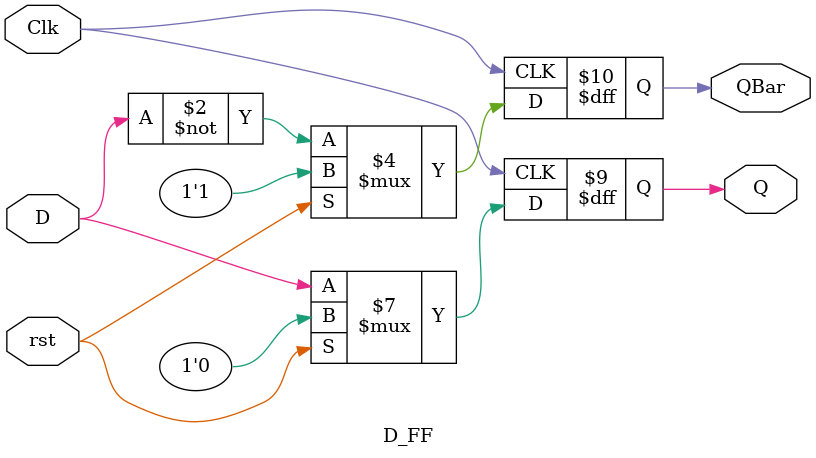
<source format=v>
module D_FF(D,rst, Clk, Q, QBar);
	
	input D;
	input Clk;
	input rst;
	output reg Q;
	output reg QBar;
	
	
	always@(posedge Clk)

		if (rst) begin
				Q <= 1'b0;
				QBar <= 1'b1;
			end	
			
		else begin
				Q <= D;
				QBar <= ~D;
			end
endmodule


</source>
